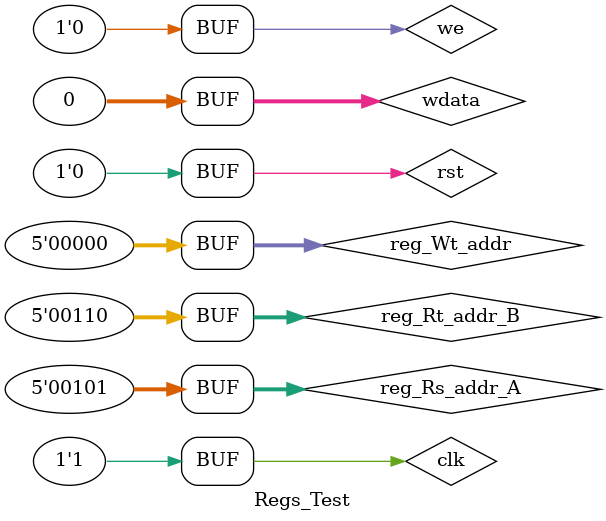
<source format=v>
`timescale 1ns / 1ps


module Regs_Test;

	// Inputs
	reg clk;
	reg rst;
	reg we;
	reg [4:0] reg_Rs_addr_A;
	reg [4:0] reg_Rt_addr_B;
	reg [4:0] reg_Wt_addr;
	reg [31:0] wdata;

	// Outputs
	wire [31:0] rdata_A;
	wire [31:0] rdata_B;

	// Instantiate the Unit Under Test (UUT)
	Regs uut (
		.clk(clk), 
		.rst(rst), 
		.we(we), 
		.reg_Rs_addr_A(reg_Rs_addr_A), 
		.reg_Rt_addr_B(reg_Rt_addr_B), 
		.reg_Wt_addr(reg_Wt_addr), 
		.wdata(wdata), 
		.rdata_A(rdata_A), 
		.rdata_B(rdata_B)
	);

	initial begin
		// Initialize Inputs
		clk = 0;
		rst = 0;
		we = 0;
		reg_Rs_addr_A = 0;
		reg_Rt_addr_B = 0;
		reg_Wt_addr = 0;
		wdata = 0;

		// Wait 100 ns for global reset to finish
		#100;
        
		// Add stimulus here
		
		rst = 1;
		#50;
		rst = 0;
		we = 1;
		reg_Rs_addr_A = 0;
		reg_Rt_addr_B = 0;
		reg_Wt_addr = 5;
		wdata = 32'hA5A5A5A5;
		#20;
		we = 1;
		reg_Rs_addr_A = 0;
		reg_Rt_addr_B = 0;
		reg_Wt_addr = 6;
		wdata = 32'h55AA55AA;
		#20;
		we = 1;
		reg_Rs_addr_A = 0;
		reg_Rt_addr_B = 0;
		reg_Wt_addr = 0;
		wdata = 32'hAAAA5555;
		#20;
		we = 0;
		reg_Rs_addr_A = 5;
		reg_Rt_addr_B = 6;
		reg_Wt_addr = 0;
		wdata = 0;
		#20;
		

	end
	
	always begin
		clk = 0; #10;
		clk = 1; #10;
	end
      
endmodule


</source>
